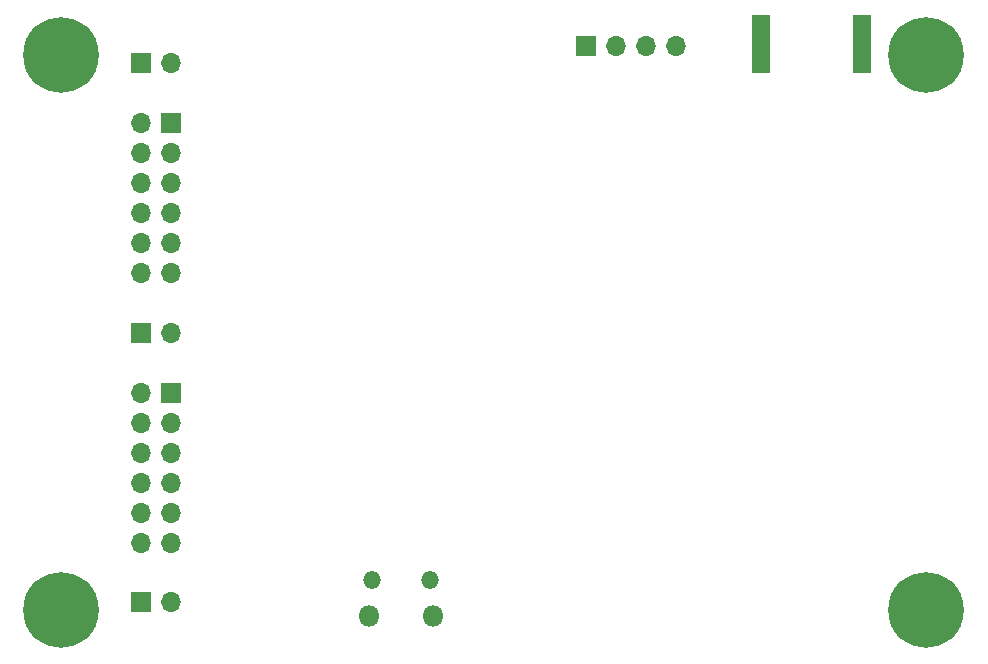
<source format=gbr>
%TF.GenerationSoftware,KiCad,Pcbnew,8.0.0*%
%TF.CreationDate,2024-02-29T15:38:19+07:00*%
%TF.ProjectId,PicoRX-ADC,5069636f-5258-42d4-9144-432e6b696361,rev?*%
%TF.SameCoordinates,PX79d4f70PY6146580*%
%TF.FileFunction,Soldermask,Bot*%
%TF.FilePolarity,Negative*%
%FSLAX46Y46*%
G04 Gerber Fmt 4.6, Leading zero omitted, Abs format (unit mm)*
G04 Created by KiCad (PCBNEW 8.0.0) date 2024-02-29 15:38:19*
%MOMM*%
%LPD*%
G01*
G04 APERTURE LIST*
%ADD10C,0.800000*%
%ADD11C,6.400000*%
%ADD12O,1.800000X1.800000*%
%ADD13O,1.500000X1.500000*%
%ADD14R,1.700000X1.700000*%
%ADD15O,1.700000X1.700000*%
%ADD16R,1.600000X4.900000*%
G04 APERTURE END LIST*
D10*
%TO.C,REF\u002A\u002A*%
X1100000Y3500000D03*
X1802944Y5197056D03*
X1802944Y1802944D03*
X3500000Y5900000D03*
D11*
X3500000Y3500000D03*
D10*
X3500000Y1100000D03*
X5197056Y5197056D03*
X5197056Y1802944D03*
X5900000Y3500000D03*
%TD*%
D12*
%TO.C,U1*%
X34975000Y3000000D03*
D13*
X34675000Y6030000D03*
X29825000Y6030000D03*
D12*
X29525000Y3000000D03*
%TD*%
D14*
%TO.C,J4*%
X10210000Y49830000D03*
D15*
X12750000Y49830000D03*
%TD*%
D14*
%TO.C,J3*%
X12750000Y21920000D03*
D15*
X10210000Y21920000D03*
X12750000Y19380000D03*
X10210000Y19380000D03*
X12750000Y16840000D03*
X10210000Y16840000D03*
X12750000Y14300000D03*
X10210000Y14300000D03*
X12750000Y11760000D03*
X10210000Y11760000D03*
X12750000Y9220000D03*
X10210000Y9220000D03*
%TD*%
D10*
%TO.C,REF\u002A\u002A*%
X74350000Y50500000D03*
X75052944Y52197056D03*
X75052944Y48802944D03*
X76750000Y52900000D03*
D11*
X76750000Y50500000D03*
D10*
X76750000Y48100000D03*
X78447056Y52197056D03*
X78447056Y48802944D03*
X79150000Y50500000D03*
%TD*%
D14*
%TO.C,J1*%
X47960000Y51250000D03*
D15*
X50500000Y51250000D03*
X53040000Y51250000D03*
X55580000Y51250000D03*
%TD*%
D10*
%TO.C,REF\u002A\u002A*%
X1100000Y50500000D03*
X1802944Y52197056D03*
X1802944Y48802944D03*
X3500000Y52900000D03*
D11*
X3500000Y50500000D03*
D10*
X3500000Y48100000D03*
X5197056Y52197056D03*
X5197056Y48802944D03*
X5900000Y50500000D03*
%TD*%
%TO.C,REF\u002A\u002A*%
X74350000Y3500000D03*
X75052944Y5197056D03*
X75052944Y1802944D03*
X76750000Y5900000D03*
D11*
X76750000Y3500000D03*
D10*
X76750000Y1100000D03*
X78447056Y5197056D03*
X78447056Y1802944D03*
X79150000Y3500000D03*
%TD*%
D14*
%TO.C,J5*%
X12750000Y44780000D03*
D15*
X10210000Y44780000D03*
X12750000Y42240000D03*
X10210000Y42240000D03*
X12750000Y39700000D03*
X10210000Y39700000D03*
X12750000Y37160000D03*
X10210000Y37160000D03*
X12750000Y34620000D03*
X10210000Y34620000D03*
X12750000Y32080000D03*
X10210000Y32080000D03*
%TD*%
D16*
%TO.C,J7*%
X71250000Y51425000D03*
X62750000Y51425000D03*
%TD*%
D14*
%TO.C,J6*%
X10210000Y4170000D03*
D15*
X12750000Y4170000D03*
%TD*%
D14*
%TO.C,J2*%
X10210000Y27000000D03*
D15*
X12750000Y27000000D03*
%TD*%
M02*

</source>
